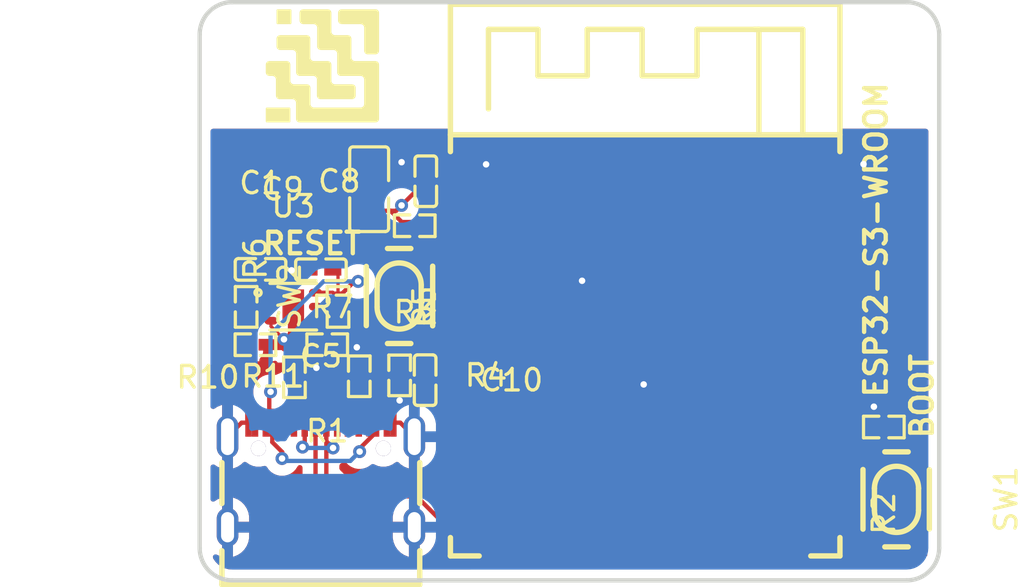
<source format=kicad_pcb>
(kicad_pcb (version 20241229) (generator "pcbnew") (generator_version "9.0")
  (layers (0 "F.Cu" signal) (2 "B.Cu" signal) (13 "F.Paste" user) (15 "B.Paste" user) (5 "F.SilkS" user "F.Silkscreen") (7 "B.SilkS" user "B.Silkscreen") (1 "F.Mask" user) (3 "B.Mask" user) (25 "Edge.Cuts" user))
  (net 0 "")
  (net 1 "A8")
  (net 2 "FB")
  (net 3 "A5")
  (net 4 "B8")
  (net 5 "DNC")
  (net 6 "B5")
  (net 7 "micro-line-9")
  (net 8 "RXD0")
  (net 9 "micro-line-20")
  (net 10 "IO9")
  (net 11 "micro-line")
  (net 12 "line-1")
  (net 13 "TXD0")
  (net 14 "micro-line-6")
  (net 15 "IO47")
  (net 16 "micro-line-4")
  (net 17 "micro-line-16")
  (net 18 "micro-line-10")
  (net 19 "micro-line-21")
  (net 20 "micro-line-19")
  (net 21 "IO46")
  (net 22 "IO45")
  (net 23 "micro-line-14")
  (net 24 "IO36")
  (net 25 "IO35")
  (net 26 "gnd")
  (net 27 "micro-line-11")
  (net 28 "micro-line-2")
  (net 29 "micro-line-8")
  (net 30 "micro-line-3")
  (net 31 "micro-line-17")
  (net 32 "micro-line-5")
  (net 33 "micro-line-1")
  (net 34 "micro-line-18")
  (net 35 "IO48")
  (net 36 "micro-line-15")
  (net 37 "micro-line-12")
  (net 38 "IO37")
  (net 39 "micro-line-7")
  (net 40 "IO38")
  (net 41 "line")
  (net 42 "micro-line-13")
  (net 43 "net")
  (net 44 "output-1")
  (net 45 "input-1")
  (net 46 "output")
  (net 47 "EN")
  (net 48 "input")
  (net 49 "hv-1")
  (net 50 "hv")
  (footprint "UNI_ROYAL_0402WGF2001TCE:R0402" (layer "F.Cu") (at 133.83 126.82)
    (property "Reference" "R6" (hide yes))
    (property "Value" "2kΩ ±1% 62.5mW")
  )
  (footprint "Samsung_Electro_Mechanics_CL05A105KA5NQNC:C0402" (layer "F.Cu") (at 136.858652 123.349601 180)
    (property "Reference" "C5" (hide yes))
    (property "Value" "1µF ±10% 25V X5R")
  )
  (footprint "Samsung_Electro_Mechanics_CL05B104KO5NNNC:C0402" (layer "F.Cu") (at 141.71 119.25 90)
    (property "Reference" "C8" (hide yes))
    (property "Value" "100nF ±10% 16V X7R")
  )
  (footprint "Samsung_Electro_Mechanics_CL05A105KA5NQNC:C0402" (layer "F.Cu") (at 141.68 128.46 -90)
    (property "Reference" "C10" (hide yes))
    (property "Value" "1µF ±10% 25V X5R")
  )
  (footprint "UNI_ROYAL_0402WGF1002TCE:R0402" (layer "F.Cu") (at 133.4 125.07 -90)
    (property "Reference" "R7" (hide yes))
    (property "Value" "10kΩ ±1% 62.5mW")
  )
  (footprint "Samsung_Electro_Mechanics_CL05A105KA5NQNC:C0402" (layer "F.Cu") (at 134.064604 123.331861)
    (property "Reference" "C1" (hide yes))
    (property "Value" "1µF ±10% 25V X5R")
  )
  (footprint "ALPSALPINE_SKRPACE010:KEY-SMD_4P-L4.2-W3.2-P2.20-LS4.6" (layer "F.Cu") (at 140.478656 124.565054 90)
    (property "Reference" "SW2" (hide yes))
    (property "Value" "")
  )
  (footprint "UNI_ROYAL_0402WGF4702TCE:R0402" (layer "F.Cu") (at 137.15 126.82 180)
    (property "Reference" "R1" (hide yes))
    (property "Value" "47kΩ ±1% 62.5mW")
  )
  (footprint "UNI_ROYAL_0402WGF1002TCE:R0402" (layer "F.Cu") (at 141.2 121.31 180)
    (property "Reference" "R3" (hide yes))
    (property "Value" "10kΩ ±1% 62.5mW")
  )
  (footprint "TI_TLV75901PDRVR:WSON-6_L2.0-W2.0-P0.65-TL-EP" (layer "F.Cu") (at 135.58 125.06)
    (property "Reference" "U3" (hide yes))
    (property "Value" "")
  )
  (footprint "UNI_ROYAL_0402WGF1503TCE:R0402" (layer "F.Cu") (at 137.65 125.07 -90)
    (property "Reference" "R5" (hide yes))
    (property "Value" "150kΩ ±1% 62.5mW")
  )
  (footprint "UNI_ROYAL_0402WGF1000TCE:R0402" (layer "F.Cu") (at 162.9 130.63 180)
    (property "Reference" "R2" (hide yes))
    (property "Value" "100Ω ±1% 62.5mW")
  )
  (footprint "UNI_ROYAL_0402WGF4701TCE:R0402" (layer "F.Cu") (at 138.633595 128.28043 90)
    (property "Reference" "R11")
    (property "Value" "4.7kΩ ±1% 62.5mW")
  )
  (footprint "UNI_ROYAL_0402WGF1000TCE:R0402" (layer "F.Cu") (at 140.5 128.24 -90)
    (property "Reference" "R4" (hide yes))
    (property "Value" "100Ω ±1% 62.5mW")
  )
  (footprint "ALPSALPINE_SKRPACE010:KEY-SMD_4P-L4.2-W3.2-P2.20-LS4.6" (layer "F.Cu") (at 163.485531 133.98022 -90)
    (property "Reference" "SW1" (hide yes))
    (property "Value" "")
  )
  (footprint "kinghelm_KH_TYPE_C_16P:USB-C-SMD_KH-TYPE-C-16P" (layer "F.Cu") (at 136.86 132.85)
    (property "Reference" "USB1" (hide yes))
    (property "Value" "" (hide yes))
  )
  (footprint "Samsung_Electro_Mechanics_CL21A226MQQNNNE:C0805" (layer "F.Cu") (at 139.09 119.62 90)
    (property "Reference" "C9" (hide yes))
    (property "Value" "22µF ±20% 6.3V X5R")
  )
  (footprint "UNI_ROYAL_0402WGF4701TCE:R0402" (layer "F.Cu") (at 135.632949 128.327503 90)
    (property "Reference" "R10")
    (property "Value" "4.7kΩ ±1% 62.5mW")
  )
  (footprint "Espressif_Systems_ESP32_S3_WROOM_1_N8R8:WIRELM-SMD_ESP32-S3-WROOM-1" (layer "F.Cu") (at 151.85 127.45)
    (property "Reference" "U2" (hide yes))
    (property "Value" "" (hide yes))
  )
  (gr_poly (pts (xy 136.210403 112.487554) (xy 136.218977 112.488206) (xy 136.227426 112.48928) (xy 136.235739 112.490764) (xy 136.243904 112.49265) (xy 136.251912 112.494925) (xy 136.259753 112.497579) (xy 136.267415 112.500601) (xy 136.274888 112.503982) (xy 136.282162 112.507709) (xy 136.289225 112.511774) (xy 136.296068 112.516164) (xy 136.30268 112.520869) (xy 136.30905 112.525879) (xy 136.315169 112.531183) (xy 136.321024 112.53677) (xy 136.326606 112.542629) (xy 136.331905 112.548751) (xy 136.336909 112.555124) (xy 136.341608 112.561738) (xy 136.345992 112.568582) (xy 136.35005 112.575646) (xy 136.353771 112.582918) (xy 136.357146 112.590388) (xy 136.360163 112.598046) (xy 136.362812 112.60588) (xy 136.365082 112.613881) (xy 136.366963 112.622038) (xy 136.368445 112.630339) (xy 136.369516 112.638774) (xy 136.370166 112.647334) (xy 136.370385 112.656006) (xy 136.370385 113.517621) (xy 136.370605 113.526311) (xy 136.371257 113.534885) (xy 136.372331 113.543334) (xy 136.373816 113.551646) (xy 136.375701 113.559812) (xy 136.377976 113.56782) (xy 136.38063 113.575661) (xy 136.383653 113.583323) (xy 136.387033 113.590796) (xy 136.390761 113.598069) (xy 136.394825 113.605133) (xy 136.399215 113.611976) (xy 136.40392 113.618588) (xy 136.40893 113.624958) (xy 136.414234 113.631076) (xy 136.419821 113.636932) (xy 136.425681 113.642514) (xy 136.431803 113.647812) (xy 136.438176 113.652817) (xy 136.44479 113.657516) (xy 136.451634 113.6619) (xy 136.458697 113.665958) (xy 136.465969 113.669679) (xy 136.473439 113.673054) (xy 136.481097 113.676071) (xy 136.488932 113.678719) (xy 136.496933 113.68099) (xy 136.505089 113.682871) (xy 136.51339 113.684352) (xy 136.521826 113.685424) (xy 136.530385 113.686074) (xy 136.539057 113.686293) (xy 137.174652 113.686293) (xy 137.183342 113.686513) (xy 137.191916 113.687165) (xy 137.200365 113.688239) (xy 137.208677 113.689724) (xy 137.216843 113.691609) (xy 137.224851 113.693884) (xy 137.232692 113.696538) (xy 137.240354 113.699561) (xy 137.247827 113.702941) (xy 137.255101 113.706669) (xy 137.262164 113.710733) (xy 137.269007 113.715123) (xy 137.275619 113.719828) (xy 137.281989 113.724838) (xy 137.288108 113.730142) (xy 137.293963 113.735729) (xy 137.299545 113.741589) (xy 137.304844 113.74771) (xy 137.309848 113.754084) (xy 137.314547 113.760697) (xy 137.318931 113.767541) (xy 137.322989 113.774605) (xy 137.32671 113.781877) (xy 137.330085 113.789347) (xy 137.333102 113.797005) (xy 137.335751 113.80484) (xy 137.338021 113.812841) (xy 137.339902 113.820997) (xy 137.341383 113.829298) (xy 137.342455 113.837734) (xy 137.343105 113.846293) (xy 137.343324 113.854965) (xy 137.343324 114.594343) (xy 137.343544 114.603033) (xy 137.344196 114.611607) (xy 137.34527 114.620056) (xy 137.346755 114.628368) (xy 137.34864 114.636534) (xy 137.350915 114.644542) (xy 137.353569 114.652382) (xy 137.356592 114.660044) (xy 137.359972 114.667517) (xy 137.3637 114.674791) (xy 137.367764 114.681855) (xy 137.372154 114.688698) (xy 137.376859 114.69531) (xy 137.381869 114.70168) (xy 137.387173 114.707798) (xy 137.39276 114.713653) (xy 137.39862 114.719236) (xy 137.404742 114.724534) (xy 137.411115 114.729538) (xy 137.417729 114.734238) (xy 137.424573 114.738621) (xy 137.431636 114.742679) (xy 137.438908 114.746401) (xy 137.446378 114.749775) (xy 137.454036 114.752792) (xy 137.461871 114.755441) (xy 137.469872 114.757711) (xy 137.478028 114.759593) (xy 137.486329 114.761074) (xy 137.494765 114.762145) (xy 137.503324 114.762796) (xy 137.511996 114.763015) (xy 138.299595 114.763015) (xy 138.308284 114.763235) (xy 138.316859 114.763887) (xy 138.325307 114.76496) (xy 138.33362 114.766445) (xy 138.341785 114.76833) (xy 138.349794 114.770606) (xy 138.357634 114.77326) (xy 138.365296 114.776282) (xy 138.372769 114.779663) (xy 138.380043 114.78339) (xy 138.387106 114.787454) (xy 138.393949 114.791844) (xy 138.400561 114.79655) (xy 138.406932 114.80156) (xy 138.41305 114.806863) (xy 138.418905 114.812451) (xy 138.424487 114.81831) (xy 138.429786 114.824432) (xy 138.43479 114.830805) (xy 138.439489 114.837419) (xy 138.443873 114.844263) (xy 138.447931 114.851327) (xy 138.451653 114.858599) (xy 138.455027 114.866069) (xy 138.458044 114.873727) (xy 138.460693 114.881561) (xy 138.462963 114.889562) (xy 138.464844 114.897719) (xy 138.466326 114.90602) (xy 138.467397 114.914455) (xy 138.468047 114.923015) (xy 138.468267 114.931687) (xy 138.468267 115.283516) (xy 138.468047 115.292206) (xy 138.467395 115.30078) (xy 138.466321 115.309229) (xy 138.464836 115.317541) (xy 138.462951 115.325707) (xy 138.460676 115.333715) (xy 138.458022 115.341556) (xy 138.454999 115.349218) (xy 138.451619 115.356691) (xy 138.447891 115.363964) (xy 138.443827 115.371028) (xy 138.439437 115.377871) (xy 138.434732 115.384483) (xy 138.429722 115.390853) (xy 138.424418 115.396971) (xy 138.418831 115.402827) (xy 138.412971 115.408409) (xy 138.406849 115.413708) (xy 138.400476 115.418712) (xy 138.393862 115.423411) (xy 138.387018 115.427795) (xy 138.379955 115.431853) (xy 138.372683 115.435574) (xy 138.365212 115.438949) (xy 138.357555 115.441966) (xy 138.34972 115.444615) (xy 138.341719 115.446885) (xy 138.333563 115.448766) (xy 138.325261 115.450247) (xy 138.316826 115.451319) (xy 138.308267 115.451969) (xy 138.299595 115.452188) (xy 136.841873 115.452188) (xy 136.833183 115.451969) (xy 136.824609 115.451317) (xy 136.81616 115.450243) (xy 136.807848 115.448758) (xy 136.799682 115.446873) (xy 136.791674 115.444598) (xy 136.783833 115.441944) (xy 136.776171 115.438921) (xy 136.768698 115.43554) (xy 136.761425 115.431813) (xy 136.754361 115.427749) (xy 136.747518 115.423359) (xy 136.740906 115.418653) (xy 136.734536 115.413644) (xy 136.728418 115.40834) (xy 136.722562 115.402753) (xy 136.71698 115.396893) (xy 136.711682 115.390771) (xy 136.706678 115.384398) (xy 136.701978 115.377784) (xy 136.697594 115.37094) (xy 136.693537 115.363877) (xy 136.689815 115.356604) (xy 136.686441 115.349134) (xy 136.683424 115.341476) (xy 136.680775 115.333642) (xy 136.678504 115.325641) (xy 136.676623 115.317484) (xy 136.675142 115.309183) (xy 136.674071 115.300748) (xy 136.67342 115.292189) (xy 136.673201 115.283516) (xy 136.673201 114.544138) (xy 136.672981 114.535449) (xy 136.672329 114.526874) (xy 136.671255 114.518426) (xy 136.669771 114.510113) (xy 136.667885 114.501948) (xy 136.66561 114.493939) (xy 136.662956 114.486099) (xy 136.659934 114.478437) (xy 136.656553 114.470964) (xy 136.652826 114.46369) (xy 136.648761 114.456627) (xy 136.644371 114.449784) (xy 136.639666 114.443172) (xy 136.634656 114.436801) (xy 136.629352 114.430683) (xy 136.623765 114.424828) (xy 136.617906 114.419246) (xy 136.611784 114.413947) (xy 136.605411 114.408943) (xy 136.598797 114.404244) (xy 136.591953 114.39986) (xy 136.584889 114.395802) (xy 136.577617 114.39208) (xy 136.570147 114.388706) (xy 136.562489 114.385689) (xy 136.554654 114.38304) (xy 136.546654 114.38077) (xy 136.538497 114.378889) (xy 136.530196 114.377407) (xy 136.52176 114.376336) (xy 136.513201 114.375686) (xy 136.504529 114.375466) (xy 135.880443 114.375466) (xy 135.871754 114.375247) (xy 135.863179 114.374595) (xy 135.85473 114.373521) (xy 135.846418 114.372036) (xy 135.838252 114.370151) (xy 135.830244 114.367876) (xy 135.822404 114.365222) (xy 135.814742 114.362199) (xy 135.807269 114.358819) (xy 135.799995 114.355091) (xy 135.792932 114.351027) (xy 135.786088 114.346637) (xy 135.779477 114.341932) (xy 135.773106 114.336922) (xy 135.766988 114.331618) (xy 135.761133 114.326031) (xy 135.75555 114.320171) (xy 135.750252 114.314049) (xy 135.745248 114.307676) (xy 135.740549 114.301062) (xy 135.736165 114.294218) (xy 135.732107 114.287155) (xy 135.728385 114.279883) (xy 135.725011 114.272412) (xy 135.721994 114.264755) (xy 135.719345 114.25692) (xy 135.717075 114.248919) (xy 135.715194 114.240763) (xy 135.713712 114.232462) (xy 135.712641 114.224026) (xy 135.71199 114.215467) (xy 135.711771 114.206795) (xy 135.711771 113.345179) (xy 135.711552 113.33649) (xy 135.7109 113.327915) (xy 135.709826 113.319466) (xy 135.708341 113.311154) (xy 135.706456 113.302988) (xy 135.704181 113.29498) (xy 135.701527 113.28714) (xy 135.698504 113.279478) (xy 135.695123 113.272005) (xy 135.691396 113.264731) (xy 135.687332 113.257667) (xy 135.682942 113.250824) (xy 135.678236 113.244212) (xy 135.673227 113.237842) (xy 135.667923 113.231724) (xy 135.662336 113.225869) (xy 135.656476 113.220286) (xy 135.650354 113.214988) (xy 135.643981 113.209984) (xy 135.637367 113.205285) (xy 135.630523 113.200901) (xy 135.62346 113.196843) (xy 135.616187 113.193121) (xy 135.608717 113.189747) (xy 135.601059 113.18673) (xy 135.593225 113.184081) (xy 135.585224 113.181811) (xy 135.577068 113.179929) (xy 135.568766 113.178448) (xy 135.560331 113.177377) (xy 135.551772 113.176726) (xy 135.543099 113.176507) (xy 134.974576 113.176507) (xy 134.965886 113.176287) (xy 134.957312 113.175635) (xy 134.948863 113.174562) (xy 134.940551 113.173077) (xy 134.932385 113.171192) (xy 134.924377 113.168917) (xy 134.916537 113.166262) (xy 134.908875 113.16324) (xy 134.901401 113.159859) (xy 134.894128 113.156132) (xy 134.887064 113.152068) (xy 134.880221 113.147678) (xy 134.873609 113.142972) (xy 134.867239 113.137962) (xy 134.861121 113.132659) (xy 134.855265 113.127071) (xy 134.849683 113.121212) (xy 134.844385 113.11509) (xy 134.839381 113.108717) (xy 134.834681 113.102103) (xy 134.830298 113.095259) (xy 134.82624 113.088196) (xy 134.822518 113.080923) (xy 134.819144 113.073453) (xy 134.816127 113.065795) (xy 134.813478 113.057961) (xy 134.811207 113.04996) (xy 134.809326 113.041803) (xy 134.807845 113.033502) (xy 134.806774 113.025067) (xy 134.806123 113.016507) (xy 134.805904 113.007835) (xy 134.805904 112.656006) (xy 134.806124 112.647316) (xy 134.806776 112.638742) (xy 134.80785 112.630293) (xy 134.809335 112.621981) (xy 134.81122 112.613815) (xy 134.813495 112.605807) (xy 134.816149 112.597966) (xy 134.819172 112.590304) (xy 134.822552 112.582831) (xy 134.82628 112.575558) (xy 134.830344 112.568494) (xy 134.834734 112.561651) (xy 134.839439 112.555039) (xy 134.844449 112.548669) (xy 134.849753 112.542551) (xy 134.85534 112.536695) (xy 134.8612 112.531113) (xy 134.867322 112.525815) (xy 134.873695 112.520811) (xy 134.880309 112.516111) (xy 134.887153 112.511727) (xy 134.894216 112.507669) (xy 134.901488 112.503948) (xy 134.908958 112.500573) (xy 134.916616 112.497556) (xy 134.924451 112.494908) (xy 134.932452 112.492637) (xy 134.940608 112.490756) (xy 134.948909 112.489275) (xy 134.957345 112.488204) (xy 134.965904 112.487553) (xy 134.974576 112.487334) (xy 136.201714 112.487334)) (stroke (width -0.000001)) (fill yes) (layer "F.SilkS"))
  (gr_poly (pts (xy 139.389173 111.288396) (xy 139.397748 111.289048) (xy 139.406196 111.290122) (xy 139.414509 111.291606) (xy 139.422674 111.293492) (xy 139.430683 111.295767) (xy 139.438523 111.298421) (xy 139.446185 111.301443) (xy 139.453658 111.304824) (xy 139.460932 111.308551) (xy 139.467995 111.312616) (xy 139.474838 111.317006) (xy 139.48145 111.321711) (xy 139.48782 111.326721) (xy 139.493939 111.332025) (xy 139.499794 111.337612) (xy 139.505376 111.343472) (xy 139.510675 111.349593) (xy 139.515679 111.355966) (xy 139.520378 111.36258) (xy 139.524762 111.369424) (xy 139.52882 111.376488) (xy 139.532541 111.38376) (xy 139.535916 111.39123) (xy 139.538933 111.398888) (xy 139.541582 111.406723) (xy 139.543852 111.414723) (xy 139.545733 111.42288) (xy 139.547214 111.431181) (xy 139.548286 111.439617) (xy 139.548936 111.448176) (xy 139.549155 111.456848) (xy 139.549155 113.208456) (xy 139.548936 113.217145) (xy 139.548283 113.225719) (xy 139.54721 113.234168) (xy 139.545725 113.242481) (xy 139.54384 113.250646) (xy 139.541565 113.258654) (xy 139.53891 113.266495) (xy 139.535888 113.274157) (xy 139.532507 113.28163) (xy 139.52878 113.288904) (xy 139.524716 113.295967) (xy 139.520326 113.30281) (xy 139.51562 113.309422) (xy 139.51061 113.315792) (xy 139.505307 113.321911) (xy 139.49972 113.327766) (xy 139.49386 113.333348) (xy 139.487738 113.338647) (xy 139.481365 113.343651) (xy 139.474751 113.34835) (xy 139.467907 113.352734) (xy 139.460844 113.356792) (xy 139.453571 113.360513) (xy 139.446101 113.363888) (xy 139.438443 113.366905) (xy 139.430609 113.369554) (xy 139.422608 113.371824) (xy 139.414452 113.373705) (xy 139.40615 113.375187) (xy 139.397715 113.376258) (xy 139.389156 113.376908) (xy 139.380484 113.377127) (xy 139.028654 113.377127) (xy 139.019964 113.376908) (xy 139.01139 113.376256) (xy 139.002941 113.375182) (xy 138.994629 113.373697) (xy 138.986463 113.371812) (xy 138.978455 113.369537) (xy 138.970614 113.366883) (xy 138.962952 113.36386) (xy 138.955479 113.36048) (xy 138.948206 113.356752) (xy 138.941142 113.352688) (xy 138.934299 113.348298) (xy 138.927687 113.343593) (xy 138.921317 113.338583) (xy 138.915199 113.333279) (xy 138.909343 113.327692) (xy 138.903761 113.321832) (xy 138.898463 113.31571) (xy 138.893459 113.309337) (xy 138.888759 113.302723) (xy 138.884375 113.295879) (xy 138.880318 113.288816) (xy 138.876596 113.281544) (xy 138.873222 113.274073) (xy 138.870205 113.266415) (xy 138.867556 113.258581) (xy 138.865285 113.25058) (xy 138.863404 113.242424) (xy 138.861923 113.234122) (xy 138.860852 113.225687) (xy 138.860201 113.217128) (xy 138.859982 113.208456) (xy 138.859982 112.146021) (xy 138.859762 112.137332) (xy 138.85911 112.128757) (xy 138.858036 112.120309) (xy 138.856552 112.111996) (xy 138.854666 112.103831) (xy 138.852391 112.095822) (xy 138.849737 112.087982) (xy 138.846715 112.08032) (xy 138.843334 112.072847) (xy 138.839607 112.065573) (xy 138.835542 112.05851) (xy 138.831152 112.051666) (xy 138.826447 112.045055) (xy 138.821437 112.038684) (xy 138.816133 112.032566) (xy 138.810546 112.026711) (xy 138.804686 112.021128) (xy 138.798565 112.01583) (xy 138.792192 112.010826) (xy 138.785578 112.006127) (xy 138.778734 112.001743) (xy 138.77167 111.997685) (xy 138.764398 111.993963) (xy 138.756928 111.990589) (xy 138.74927 111.987572) (xy 138.741435 111.984923) (xy 138.733435 111.982653) (xy 138.725278 111.980772) (xy 138.716977 111.97929) (xy 138.708541 111.978219) (xy 138.699982 111.977568) (xy 138.69131 111.977349) (xy 137.82136 111.977349) (xy 137.812671 111.97713) (xy 137.804096 111.976477) (xy 137.795647 111.975404) (xy 137.787335 111.973919) (xy 137.779169 111.972034) (xy 137.771161 111.969759) (xy 137.763321 111.967104) (xy 137.755659 111.964082) (xy 137.748186 111.960701) (xy 137.740912 111.956974) (xy 137.733849 111.95291) (xy 137.727006 111.94852) (xy 137.720394 111.943814) (xy 137.714023 111.938805) (xy 137.707905 111.933501) (xy 137.70205 111.927914) (xy 137.696468 111.922054) (xy 137.691169 111.915932) (xy 137.686165 111.909559) (xy 137.681466 111.902945) (xy 137.677082 111.896101) (xy 137.673024 111.889038) (xy 137.669302 111.881765) (xy 137.665928 111.874295) (xy 137.662911 111.866637) (xy 137.660262 111.858803) (xy 137.657992 111.850802) (xy 137.656111 111.842646) (xy 137.654629 111.834344) (xy 137.653558 111.825909) (xy 137.652908 111.81735) (xy 137.652688 111.808677) (xy 137.652688 111.456848) (xy 137.652908 111.448158) (xy 137.65356 111.439584) (xy 137.654634 111.431135) (xy 137.656119 111.422823) (xy 137.658004 111.414657) (xy 137.660279 111.406649) (xy 137.662933 111.398808) (xy 137.665956 111.391146) (xy 137.669336 111.383673) (xy 137.673064 111.3764) (xy 137.677128 111.369336) (xy 137.681518 111.362493) (xy 137.686223 111.355881) (xy 137.691233 111.349511) (xy 137.696537 111.343393) (xy 137.702124 111.337537) (xy 137.707984 111.331955) (xy 137.714106 111.326657) (xy 137.720479 111.321653) (xy 137.727093 111.316953) (xy 137.733937 111.312569) (xy 137.741 111.308511) (xy 137.748272 111.30479) (xy 137.755742 111.301416) (xy 137.7634 111.298399) (xy 137.771235 111.29575) (xy 137.779236 111.293479) (xy 137.787392 111.291598) (xy 137.795693 111.290117) (xy 137.804129 111.289046) (xy 137.812688 111.288395) (xy 137.82136 111.288176) (xy 139.380484 111.288176)) (stroke (width -0.000001)) (fill yes) (layer "F.SilkS"))
  (gr_poly (pts (xy 137.183342 111.288396) (xy 137.191916 111.289048) (xy 137.200365 111.290122) (xy 137.208677 111.291606) (xy 137.216843 111.293492) (xy 137.224851 111.295767) (xy 137.232692 111.298421) (xy 137.240354 111.301443) (xy 137.247827 111.304824) (xy 137.255101 111.308551) (xy 137.262164 111.312616) (xy 137.269007 111.317006) (xy 137.275619 111.321711) (xy 137.281989 111.326721) (xy 137.288108 111.332025) (xy 137.293963 111.337612) (xy 137.299545 111.343472) (xy 137.304844 111.349593) (xy 137.309848 111.355966) (xy 137.314547 111.36258) (xy 137.318931 111.369424) (xy 137.322989 111.376488) (xy 137.32671 111.38376) (xy 137.330085 111.39123) (xy 137.333102 111.398888) (xy 137.335751 111.406723) (xy 137.338021 111.414723) (xy 137.339902 111.42288) (xy 137.341383 111.431181) (xy 137.342455 111.439617) (xy 137.343105 111.448176) (xy 137.343324 111.456848) (xy 137.343324 112.318463) (xy 137.343544 112.327153) (xy 137.344196 112.335727) (xy 137.34527 112.344176) (xy 137.346755 112.352488) (xy 137.34864 112.360654) (xy 137.350915 112.368662) (xy 137.353569 112.376503) (xy 137.356592 112.384165) (xy 137.359972 112.391638) (xy 137.3637 112.398912) (xy 137.367764 112.405975) (xy 137.372154 112.412818) (xy 137.376859 112.41943) (xy 137.381869 112.4258) (xy 137.387173 112.431919) (xy 137.39276 112.437774) (xy 137.39862 112.443356) (xy 137.404742 112.448655) (xy 137.411115 112.453659) (xy 137.417729 112.458358) (xy 137.424573 112.462742) (xy 137.431636 112.4668) (xy 137.438908 112.470521) (xy 137.446378 112.473896) (xy 137.454036 112.476913) (xy 137.461871 112.479562) (xy 137.469872 112.481832) (xy 137.478028 112.483713) (xy 137.486329 112.485194) (xy 137.494765 112.486266) (xy 137.503324 112.486916) (xy 137.511996 112.487135) (xy 138.10076 112.487135) (xy 138.10945 112.487355) (xy 138.118024 112.488007) (xy 138.126473 112.489081) (xy 138.134785 112.490566) (xy 138.142951 112.492451) (xy 138.150959 112.494726) (xy 138.1588 112.49738) (xy 138.166462 112.500403) (xy 138.173935 112.503783) (xy 138.181208 112.507511) (xy 138.188272 112.511575) (xy 138.195115 112.515965) (xy 138.201727 112.52067) (xy 138.208097 112.52568) (xy 138.214215 112.530984) (xy 138.220071 112.536571) (xy 138.225653 112.542431) (xy 138.230951 112.548553) (xy 138.235955 112.554926) (xy 138.240655 112.56154) (xy 138.245039 112.568384) (xy 138.249097 112.575447) (xy 138.252818 112.582719) (xy 138.256193 112.590189) (xy 138.259209 112.597847) (xy 138.261858 112.605682) (xy 138.264129 112.613683) (xy 138.26601 112.621839) (xy 138.267491 112.63014) (xy 138.268562 112.638576) (xy 138.269213 112.647135) (xy 138.269432 112.655807) (xy 138.269432 113.517423) (xy 138.269652 113.526112) (xy 138.270304 113.534687) (xy 138.271378 113.543135) (xy 138.272862 113.551448) (xy 138.274748 113.559613) (xy 138.277023 113.567622) (xy 138.279677 113.575462) (xy 138.282699 113.583124) (xy 138.28608 113.590597) (xy 138.289807 113.597871) (xy 138.293872 113.604934) (xy 138.298262 113.611777) (xy 138.302967 113.618389) (xy 138.307977 113.62476) (xy 138.313281 113.630878) (xy 138.318868 113.636733) (xy 138.324728 113.642315) (xy 138.330849 113.647614) (xy 138.337223 113.652618) (xy 138.343836 113.657317) (xy 138.35068 113.661701) (xy 138.357744 113.665759) (xy 138.365016 113.669481) (xy 138.372486 113.672855) (xy 138.380144 113.675872) (xy 138.387979 113.678521) (xy 138.395979 113.680791) (xy 138.404136 113.682672) (xy 138.412437 113.684154) (xy 138.420873 113.685225) (xy 138.429432 113.685875) (xy 138.438104 113.686095) (xy 139.380285 113.686095) (xy 139.388975 113.686314) (xy 139.397549 113.686966) (xy 139.405998 113.68804) (xy 139.41431 113.689525) (xy 139.422476 113.69141) (xy 139.430484 113.693685) (xy 139.438324 113.696339) (xy 139.445986 113.699362) (xy 139.453459 113.702742) (xy 139.460733 113.70647) (xy 139.467797 113.710534) (xy 139.47464 113.714924) (xy 139.481252 113.719629) (xy 139.487622 113.724639) (xy 139.49374 113.729943) (xy 139.499595 113.73553) (xy 139.505178 113.74139) (xy 139.510476 113.747512) (xy 139.51548 113.753885) (xy 139.520179 113.760499) (xy 139.524563 113.767343) (xy 139.528621 113.774406) (xy 139.532343 113.781678) (xy 139.535717 113.789149) (xy 139.538734 113.796807) (xy 139.541383 113.804641) (xy 139.543653 113.812642) (xy 139.545534 113.820798) (xy 139.547016 113.8291) (xy 139.548087 113.837535) (xy 139.548738 113.846094) (xy 139.548957 113.854767) (xy 139.548957 116.360437) (xy 139.548737 116.369126) (xy 139.548085 116.377701) (xy 139.547011 116.386149) (xy 139.545526 116.394462) (xy 139.543641 116.402627) (xy 139.541366 116.410636) (xy 139.538712 116.418476) (xy 139.535689 116.426138) (xy 139.532309 116.433611) (xy 139.528581 116.440885) (xy 139.524517 116.447948) (xy 139.520127 116.454791) (xy 139.515422 116.461403) (xy 139.510412 116.467773) (xy 139.505108 116.473892) (xy 139.499521 116.479747) (xy 139.493661 116.485329) (xy 139.487539 116.490628) (xy 139.481166 116.495632) (xy 139.474552 116.500331) (xy 139.467708 116.504715) (xy 139.460645 116.508773) (xy 139.453373 116.512494) (xy 139.445902 116.515869) (xy 139.438245 116.518886) (xy 139.43041 116.521535) (xy 139.422409 116.523805) (xy 139.414253 116.525686) (xy 139.405951 116.527167) (xy 139.397516 116.528239) (xy 139.388957 116.528889) (xy 139.380285 116.529108) (xy 135.874887 116.529108) (xy 135.866197 116.528889) (xy 135.857623 116.528236) (xy 135.849174 116.527163) (xy 135.840862 116.525678) (xy 135.832696 116.523793) (xy 135.824688 116.521518) (xy 135.816848 116.518863) (xy 135.809186 116.515841) (xy 135.801712 116.51246) (xy 135.794439 116.508733) (xy 135.787375 116.504669) (xy 135.780532 116.500279) (xy 135.77392 116.495573) (xy 135.76755 116.490563) (xy 135.761432 116.48526) (xy 135.755576 116.479673) (xy 135.749994 116.473813) (xy 135.744696 116.467691) (xy 135.739692 116.461318) (xy 135.734992 116.454704) (xy 135.730609 116.44786) (xy 135.726551 116.440797) (xy 135.722829 116.433524) (xy 135.719455 116.426054) (xy 135.716438 116.418396) (xy 135.713789 116.410562) (xy 135.711518 116.402561) (xy 135.709637 116.394405) (xy 135.708156 116.386103) (xy 135.707085 116.377668) (xy 135.706434 116.369109) (xy 135.706215 116.360437) (xy 135.706215 115.621058) (xy 135.705995 115.612369) (xy 135.705343 115.603795) (xy 135.70427 115.595346) (xy 135.702785 115.587033) (xy 135.700899 115.578868) (xy 135.698624 115.57086) (xy 135.69597 115.563019) (xy 135.692948 115.555357) (xy 135.689567 115.547884) (xy 135.68584 115.54061) (xy 135.681775 115.533547) (xy 135.677385 115.526704) (xy 135.67268 115.520092) (xy 135.66767 115.513722) (xy 135.662366 115.507603) (xy 135.656779 115.501748) (xy 135.65092 115.496166) (xy 135.644798 115.490867) (xy 135.638425 115.485863) (xy 135.631811 115.481164) (xy 135.624967 115.47678) (xy 135.617903 115.472722) (xy 135.610631 115.469001) (xy 135.603161 115.465626) (xy 135.595503 115.462609) (xy 135.587668 115.45996) (xy 135.579668 115.45769) (xy 135.571511 115.455809) (xy 135.56321 115.454327) (xy 135.554774 115.453256) (xy 135.546215 115.452606) (xy 135.537543 115.452387) (xy 134.945604 115.452387) (xy 134.936915 115.452167) (xy 134.92834 115.451515) (xy 134.919891 115.450441) (xy 134.911579 115.448956) (xy 134.903413 115.447071) (xy 134.895405 115.444796) (xy 134.887565 115.442142) (xy 134.879903 115.439119) (xy 134.87243 115.435739) (xy 134.865156 115.432011) (xy 134.858092 115.427947) (xy 134.851249 115.423557) (xy 134.844637 115.418852) (xy 134.838267 115.413842) (xy 134.832149 115.408538) (xy 134.826294 115.402951) (xy 134.820711 115.397091) (xy 134.815413 115.390969) (xy 134.810409 115.384596) (xy 134.80571 115.377982) (xy 134.801326 115.371138) (xy 134.797268 115.364075) (xy 134.793546 115.356803) (xy 134.790172 115.349332) (xy 134.787155 115.341675) (xy 134.784506 115.33384) (xy 134.782236 115.325839) (xy 134.780355 115.317683) (xy 134.778873 115.309381) (xy 134.777802 115.300946) (xy 134.777151 115.292387) (xy 134.776932 115.283715) (xy 134.776932 114.544337) (xy 134.776713 114.535647) (xy 134.77606 114.527073) (xy 134.774987 114.518624) (xy 134.773502 114.510312) (xy 134.771617 114.502146) (xy 134.769342 114.494138) (xy 134.766687 114.486297) (xy 134.763665 114.478635) (xy 134.760284 114.471162) (xy 134.756557 114.463889) (xy 134.752493 114.456825) (xy 134.748103 114.449982) (xy 134.743397 114.44337) (xy 134.738387 114.437) (xy 134.733084 114.430882) (xy 134.727497 114.425026) (xy 134.721637 114.419444) (xy 134.715515 114.414146) (xy 134.709142 114.409142) (xy 134.702528 114.404442) (xy 134.695684 114.400058) (xy 134.688621 114.396) (xy 134.681348 114.392279) (xy 134.673878 114.388904) (xy 134.66622 114.385887) (xy 134.658386 114.383239) (xy 134.650385 114.380968) (xy 134.642228 114.379087) (xy 134.633927 114.377606) (xy 134.625492 114.376535) (xy 134.616932 114.375884) (xy 134.60826 114.375665) (xy 134.477093 114.375665) (xy 134.468404 114.375445) (xy 134.459829 114.374793) (xy 134.451381 114.373719) (xy 134.443068 114.372235) (xy 134.434903 114.370349) (xy 134.426894 114.368074) (xy 134.419054 114.36542) (xy 134.411392 114.362398) (xy 134.403919 114.359017) (xy 134.396645 114.355289) (xy 134.389582 114.351225) (xy 134.382738 114.346835) (xy 134.376127 114.34213) (xy 134.369756 114.33712) (xy 134.363638 114.331816) (xy 134.357783 114.326229) (xy 134.3522 114.320369) (xy 134.346902 114.314248) (xy 134.341898 114.307874) (xy 134.337199 114.30126) (xy 134.332815 114.294417) (xy 134.328757 114.287353) (xy 134.325035 114.280081) (xy 134.321661 114.272611) (xy 134.318644 114.264953) (xy 134.315995 114.257118) (xy 134.313725 114.249117) (xy 134.311844 114.240961) (xy 134.310362 114.23266) (xy 134.309291 114.224224) (xy 134.30864 114.215665) (xy 134.308421 114.206993) (xy 134.308223 114.206795) (xy 134.308223 113.854965) (xy 134.308443 113.846275) (xy 134.309095 113.837701) (xy 134.310169 113.829252) (xy 134.311653 113.82094) (xy 134.313539 113.812774) (xy 134.315814 113.804766) (xy 134.318468 113.796926) (xy 134.32149 113.789264) (xy 134.324871 113.781791) (xy 134.328598 113.774517) (xy 134.332663 113.767453) (xy 134.337053 113.76061) (xy 134.341758 113.753998) (xy 134.346768 113.747628) (xy 134.352072 113.74151) (xy 134.357659 113.735654) (xy 134.363519 113.730072) (xy 134.36964 113.724774) (xy 134.376013 113.71977) (xy 134.382627 113.71507) (xy 134.389471 113.710687) (xy 134.396535 113.706629) (xy 134.403807 113.702907) (xy 134.411277 113.699533) (xy 134.418935 113.696516) (xy 134.42677 113.693867) (xy 134.43477 113.691597) (xy 134.442927 113.689715) (xy 134.451228 113.688234) (xy 134.459664 113.687163) (xy 134.468223 113.686512) (xy 134.476895 113.686293) (xy 135.278185 113.686293) (xy 135.286875 113.686513) (xy 135.295449 113.687165) (xy 135.303898 113.688239) (xy 135.312211 113.689724) (xy 135.320376 113.691609) (xy 135.328384 113.693884) (xy 135.336225 113.696538) (xy 135.343887 113.699561) (xy 135.35136 113.702941) (xy 135.358634 113.706669) (xy 135.365697 113.710733) (xy 135.37254 113.715123) (xy 135.379152 113.719828) (xy 135.385522 113.724838) (xy 135.391641 113.730142) (xy 135.397496 113.735729) (xy 135.403078 113.741589) (xy 135.408377 113.74771) (xy 135.413381 113.754084) (xy 135.41808 113.760697) (xy 135.422464 113.767541) (xy 135.426522 113.774605) (xy 135.430243 113.781877) (xy 135.433618 113.789347) (xy 135.436635 113.797005) (xy 135.439284 113.80484) (xy 135.441554 113.812841) (xy 135.443435 113.820997) (xy 135.444917 113.829298) (xy 135.445988 113.837734) (xy 135.446638 113.846293) (xy 135.446857 113.854965) (xy 135.446857 114.594343) (xy 135.447077 114.603033) (xy 135.447729 114.611607) (xy 135.448803 114.620056) (xy 135.450288 114.628368) (xy 135.452173 114.636534) (xy 135.454448 114.644542) (xy 135.457102 114.652382) (xy 135.460125 114.660044) (xy 135.463505 114.667517) (xy 135.467233 114.674791) (xy 135.471297 114.681855) (xy 135.475687 114.688698) (xy 135.480392 114.69531) (xy 135.485402 114.70168) (xy 135.490706 114.707798) (xy 135.496293 114.713653) (xy 135.502153 114.719236) (xy 135.508275 114.724534) (xy 135.514648 114.729538) (xy 135.521262 114.734238) (xy 135.528106 114.738621) (xy 135.535169 114.742679) (xy 135.542441 114.746401) (xy 135.549912 114.749775) (xy 135.557569 114.752792) (xy 135.565404 114.755441) (xy 135.573405 114.757711) (xy 135.581561 114.759593) (xy 135.589862 114.761074) (xy 135.598298 114.762145) (xy 135.606857 114.762796) (xy 135.615529 114.763015) (xy 136.20727 114.763015) (xy 136.215959 114.763235) (xy 136.224534 114.763887) (xy 136.232983 114.76496) (xy 136.241295 114.766445) (xy 136.249461 114.76833) (xy 136.257469 114.770606) (xy 136.265309 114.77326) (xy 136.272971 114.776282) (xy 136.280444 114.779663) (xy 136.287718 114.78339) (xy 136.294782 114.787454) (xy 136.301625 114.791844) (xy 136.308236 114.79655) (xy 136.314607 114.80156) (xy 136.320725 114.806863) (xy 136.32658 114.812451) (xy 136.332163 114.81831) (xy 136.337461 114.824432) (xy 136.342465 114.830805) (xy 136.347164 114.837419) (xy 136.351548 114.844263) (xy 136.355606 114.851327) (xy 136.359328 114.858599) (xy 136.362702 114.866069) (xy 136.365719 114.873727) (xy 136.368368 114.881561) (xy 136.370638 114.889562) (xy 136.37252 114.897719) (xy 136.374001 114.90602) (xy 136.375072 114.914455) (xy 136.375723 114.923015) (xy 136.375942 114.931687) (xy 136.375942 115.671065) (xy 136.376162 115.679754) (xy 136.376814 115.688329) (xy 136.377887 115.696777) (xy 136.379372 115.70509) (xy 136.381257 115.713255) (xy 136.383532 115.721264) (xy 136.386187 115.729104) (xy 136.389209 115.736766) (xy 136.39259 115.744239) (xy 136.396317 115.751513) (xy 136.400381 115.758576) (xy 136.404771 115.765419) (xy 136.409477 115.772031) (xy 136.414487 115.778402) (xy 136.41979 115.78452) (xy 136.425377 115.790375) (xy 136.431237 115.795957) (xy 136.437359 115.801256) (xy 136.443732 115.80626) (xy 136.450346 115.810959) (xy 136.45719 115.815343) (xy 136.464253 115.819401) (xy 136.471526 115.823123) (xy 136.478996 115.826497) (xy 136.486654 115.829514) (xy 136.494488 115.832163) (xy 136.502489 115.834433) (xy 136.510645 115.836314) (xy 136.518947 115.837796) (xy 136.527382 115.838867) (xy 136.535941 115.839517) (xy 136.544614 115.839736) (xy 138.691112 115.839736) (xy 138.699801 115.839517) (xy 138.708376 115.838865) (xy 138.716824 115.837791) (xy 138.725137 115.836306) (xy 138.733302 115.834421) (xy 138.741311 115.832146) (xy 138.749151 115.829492) (xy 138.756813 115.826469) (xy 138.764286 115.823089) (xy 138.77156 115.819361) (xy 138.778623 115.815297) (xy 138.785466 115.810907) (xy 138.792078 115.806202) (xy 138.798449 115.801192) (xy 138.804567 115.795888) (xy 138.810422 115.790301) (xy 138.816004 115.784441) (xy 138.821303 115.778319) (xy 138.826307 115.771946) (xy 138.831006 115.765332) (xy 138.83539 115.758488) (xy 138.839448 115.751425) (xy 138.84317 115.744153) (xy 138.846544 115.736682) (xy 138.849561 115.729025) (xy 138.85221 115.72119) (xy 138.85448 115.713189) (xy 138.856361 115.705033) (xy 138.857843 115.696731) (xy 138.858914 115.688296) (xy 138.859564 115.679737) (xy 138.859783 115.671065) (xy 138.859783 114.54394) (xy 138.859564 114.53525) (xy 138.858912 114.526676) (xy 138.857838 114.518227) (xy 138.856353 114.509915) (xy 138.854468 114.501749) (xy 138.852193 114.493741) (xy 138.849539 114.4859) (xy 138.846516 114.478238) (xy 138.843136 114.470765) (xy 138.839408 114.463492) (xy 138.835344 114.456428) (xy 138.830954 114.449585) (xy 138.826249 114.442973) (xy 138.821239 114.436603) (xy 138.815935 114.430485) (xy 138.810348 114.424629) (xy 138.804488 114.419047) (xy 138.798366 114.413749) (xy 138.791993 114.408744) (xy 138.785379 114.404045) (xy 138.778535 114.399661) (xy 138.771472 114.395603) (xy 138.7642 114.391882) (xy 138.756729 114.388507) (xy 138.749072 114.38549) (xy 138.741237 114.382841) (xy 138.733236 114.380571) (xy 138.72508 114.37869) (xy 138.716778 114.377209) (xy 138.708343 114.376137) (xy 138.699784 114.375487) (xy 138.691112 114.375268) (xy 137.779292 114.375268) (xy 137.770602 114.375048) (xy 137.762028 114.374396) (xy 137.753579 114.373322) (xy 137.745267 114.371837) (xy 137.737101 114.369952) (xy 137.729093 114.367677) (xy 137.721252 114.365023) (xy 137.71359 114.362) (xy 137.706117 114.35862) (xy 137.698843 114.354892) (xy 137.69178 114.350828) (xy 137.684937 114.346438) (xy 137.678325 114.341733) (xy 137.671955 114.336723) (xy 137.665836 114.331419) (xy 137.659981 114.325832) (xy 137.654399 114.319972) (xy 137.6491 114.313851) (xy 137.644096 114.307477) (xy 137.639397 114.300864) (xy 137.635013 114.29402) (xy 137.630955 114.286956) (xy 137.627234 114.279684) (xy 137.623859 114.272214) (xy 137.620842 114.264556) (xy 137.618193 114.256721) (xy 137.615923 114.24872) (xy 137.614042 114.240564) (xy 137.612561 114.232263) (xy 137.611489 114.223827) (xy 137.610839 114.215268) (xy 137.61062 114.206596) (xy 137.61062 113.34498) (xy 137.6104 113.336291) (xy 137.609748 113.327716) (xy 137.608674 113.319268) (xy 137.607189 113.310955) (xy 137.605304 113.30279) (xy 137.603029 113.294781) (xy 137.600375 113.286941) (xy 137.597352 113.279279) (xy 137.593972 113.271806) (xy 137.590244 113.264532) (xy 137.58618 113.257469) (xy 137.58179 113.250626) (xy 137.577085 113.244014) (xy 137.572075 113.237644) (xy 137.566771 113.231525) (xy 137.561184 113.22567) (xy 137.555324 113.220088) (xy 137.549202 113.214789) (xy 137.542829 113.209785) (xy 137.536215 113.205086) (xy 137.529371 113.200702) (xy 137.522308 113.196644) (xy 137.515036 113.192923) (xy 137.507566 113.189548) (xy 137.499908 113.186531) (xy 137.492073 113.183882) (xy 137.484072 113.181612) (xy 137.475916 113.179731) (xy 137.467615 113.178249) (xy 137.459179 113.177178) (xy 137.45062 113.176528) (xy 137.441948 113.176309) (xy 136.853184 113.176309) (xy 136.844494 113.176089) (xy 136.83592 113.175437) (xy 136.827471 113.174363) (xy 136.819159 113.172878) (xy 136.810993 113.170993) (xy 136.802985 113.168718) (xy 136.795144 113.166064) (xy 136.787482 113.163041) (xy 136.780009 113.159661) (xy 136.772736 113.155933) (xy 136.765672 113.151869) (xy 136.758829 113.147479) (xy 136.752217 113.142774) (xy 136.745847 113.137764) (xy 136.739729 113.13246) (xy 136.733873 113.126873) (xy 136.728291 113.121013) (xy 136.722993 113.114891) (xy 136.717989 113.108518) (xy 136.713289 113.101904) (xy 136.708905 113.09506) (xy 136.704847 113.087997) (xy 136.701126 113.080725) (xy 136.697751 113.073254) (xy 136.694735 113.065597) (xy 136.692086 113.057762) (xy 136.689815 113.049761) (xy 136.687934 113.041605) (xy 136.686453 113.033304) (xy 136.685382 113.024868) (xy 136.684731 113.016309) (xy 136.684512 113.007637) (xy 136.684512 112.145823) (xy 136.684292 112.137133) (xy 136.68364 112.128559) (xy 136.682566 112.12011) (xy 136.681082 112.111798) (xy 136.679196 112.103632) (xy 136.676921 112.095624) (xy 136.674267 112.087783) (xy 136.671245 112.080121) (xy 136.667864 112.072648) (xy 136.664137 112.065375) (xy 136.660072 112.058311) (xy 136.655682 112.051468) (xy 136.650977 112.044856) (xy 136.645967 112.038486) (xy 136.640663 112.032368) (xy 136.635076 112.026512) (xy 136.629216 112.02093) (xy 136.623095 112.015632) (xy 136.616721 112.010627) (xy 136.610108 112.005928) (xy 136.603264 112.001544) (xy 136.5962 111.997486) (xy 136.588928 111.993765) (xy 136.581458 111.99039) (xy 136.5738 111.987373) (xy 136.565965 111.984724) (xy 136.557965 111.982454) (xy 136.549808 111.980573) (xy 136.541507 111.979092) (xy 136.533071 111.97802) (xy 136.524512 111.97737) (xy 136.51584 111.977151) (xy 136.038598 111.977151) (xy 136.029908 111.976931) (xy 136.021334 111.976279) (xy 136.012885 111.975205) (xy 136.004573 111.97372) (xy 135.996407 111.971835) (xy 135.988399 111.96956) (xy 135.980558 111.966906) (xy 135.972896 111.963883) (xy 135.965423 111.960503) (xy 135.95815 111.956775) (xy 135.951086 111.952711) (xy 135.944243 111.948321) (xy 135.937631 111.943616) (xy 135.931261 111.938606) (xy 135.925143 111.933302) (xy 135.919287 111.927715) (xy 135.913705 111.921855) (xy 135.908407 111.915733) (xy 135.903403 111.90936) (xy 135.898703 111.902746) (xy 135.894319 111.895902) (xy 135.890261 111.888839) (xy 135.88654 111.881567) (xy 135.883165 111.874097) (xy 135.880149 111.866439) (xy 135.8775 111.858604) (xy 135.875229 111.850603) (xy 135.873348 111.842447) (xy 135.871867 111.834146) (xy 135.870796 111.82571) (xy 135.870145 111.817151) (xy 135.869926 111.808479) (xy 135.869926 111.456848) (xy 135.870146 111.448158) (xy 135.870798 111.439584) (xy 135.871872 111.431135) (xy 135.873356 111.422823) (xy 135.875242 111.414657) (xy 135.877517 111.406649) (xy 135.880171 111.398808) (xy 135.883193 111.391146) (xy 135.886574 111.383673) (xy 135.890301 111.3764) (xy 135.894366 111.369336) (xy 135.898756 111.362493) (xy 135.903461 111.355881) (xy 135.908471 111.349511) (xy 135.913775 111.343393) (xy 135.919362 111.337537) (xy 135.925221 111.331955) (xy 135.931343 111.326657) (xy 135.937716 111.321653) (xy 135.94433 111.316953) (xy 135.951174 111.312569) (xy 135.958238 111.308511) (xy 135.96551 111.30479) (xy 135.97298 111.301416) (xy 135.980638 111.298399) (xy 135.988473 111.29575) (xy 135.996473 111.293479) (xy 136.00463 111.291598) (xy 136.012931 111.290117) (xy 136.021367 111.289046) (xy 136.029926 111.288395) (xy 136.038598 111.288176) (xy 137.174652 111.288176)) (stroke (width -0.000001)) (fill yes) (layer "F.SilkS"))
  (gr_poly (pts (xy 135.4 115.84) (xy 135.402519 115.840191) (xy 135.405002 115.840507) (xy 135.407445 115.840943) (xy 135.409845 115.841497) (xy 135.412199 115.842166) (xy 135.414504 115.842946) (xy 135.416757 115.843834) (xy 135.418955 115.844827) (xy 135.421094 115.845923) (xy 135.423171 115.847117) (xy 135.425184 115.848408) (xy 135.427129 115.849791) (xy 135.429003 115.851264) (xy 135.430803 115.852823) (xy 135.432526 115.854466) (xy 135.434169 115.856189) (xy 135.435728 115.857989) (xy 135.437201 115.859863) (xy 135.438584 115.861808) (xy 135.439874 115.86382) (xy 135.441069 115.865898) (xy 135.442164 115.868037) (xy 135.443158 115.870235) (xy 135.444046 115.872487) (xy 135.444826 115.874792) (xy 135.445494 115.877147) (xy 135.446048 115.879547) (xy 135.446485 115.88199) (xy 135.4468 115.884472) (xy 135.446992 115.886992) (xy 135.447056 115.889545) (xy 135.447056 116.479499) (xy 135.446992 116.482052) (xy 135.4468 116.484571) (xy 135.446485 116.487054) (xy 135.446048 116.489497) (xy 135.445494 116.491897) (xy 135.444826 116.494251) (xy 135.444046 116.496556) (xy 135.443158 116.498809) (xy 135.442164 116.501007) (xy 135.441069 116.503146) (xy 135.439874 116.505223) (xy 135.438584 116.507236) (xy 135.437201 116.509181) (xy 135.435728 116.511055) (xy 135.434169 116.512855) (xy 135.432526 116.514578) (xy 135.430803 116.516221) (xy 135.429003 116.51778) (xy 135.427129 116.519253) (xy 135.425184 116.520636) (xy 135.423171 116.521926) (xy 135.421094 116.523121) (xy 135.418954 116.524216) (xy 135.416757 116.52521) (xy 135.414504 116.526098) (xy 135.412199 116.526878) (xy 135.409845 116.527546) (xy 135.407445 116.5281) (xy 135.405002 116.528537) (xy 135.402519 116.528852) (xy 135.4 116.529044) (xy 135.397447 116.529108) (xy 134.357833 116.529108) (xy 134.35528 116.529044) (xy 134.35276 116.528852) (xy 134.350278 116.528537) (xy 134.347835 116.5281) (xy 134.345435 116.527546) (xy 134.34308 116.526878) (xy 134.340775 116.526098) (xy 134.338523 116.52521) (xy 134.336325 116.524216) (xy 134.334186 116.523121) (xy 134.332108 116.521926) (xy 134.330096 116.520636) (xy 134.328151 116.519253) (xy 134.326277 116.51778) (xy 134.324477 116.516221) (xy 134.322754 116.514578) (xy 134.321111 116.512855) (xy 134.319552 116.511055) (xy 134.318079 116.509181) (xy 134.316696 116.507236) (xy 134.315405 116.505223) (xy 134.314211 116.503146) (xy 134.313115 116.501007) (xy 134.312122 116.498809) (xy 134.311234 116.496556) (xy 134.310454 116.494251) (xy 134.309785 116.491897) (xy 134.309231 116.489497) (xy 134.308795 116.487054) (xy 134.30848 116.484571) (xy 134.308288 116.482052) (xy 134.308223 116.479499) (xy 134.308223 115.889545) (xy 134.308288 115.886992) (xy 134.30848 115.884472) (xy 134.308795 115.88199) (xy 134.309231 115.879547) (xy 134.309785 115.877147) (xy 134.310454 115.874792) (xy 134.311234 115.872487) (xy 134.312122 115.870235) (xy 134.313115 115.868037) (xy 134.314211 115.865898) (xy 134.315406 115.86382) (xy 134.316696 115.861808) (xy 134.318079 115.859863) (xy 134.319552 115.857989) (xy 134.321111 115.856189) (xy 134.322754 115.854466) (xy 134.324477 115.852823) (xy 134.326277 115.851264) (xy 134.328151 115.849791) (xy 134.330096 115.848408) (xy 134.332109 115.847117) (xy 134.334186 115.845923) (xy 134.336325 115.844827) (xy 134.338523 115.843834) (xy 134.340775 115.842946) (xy 134.343081 115.842166) (xy 134.345435 115.841497) (xy 134.347835 115.840943) (xy 134.350278 115.840507) (xy 134.352761 115.840191) (xy 134.35528 115.84) (xy 134.357833 115.839935) (xy 135.397447 115.839935)) (stroke (width -0.000001)) (fill yes) (layer "F.SilkS"))
  (gr_poly (pts (xy 135.44822 111.28824) (xy 135.450739 111.288432) (xy 135.453222 111.288748) (xy 135.455665 111.289184) (xy 135.458065 111.289738) (xy 135.460419 111.290406) (xy 135.462724 111.291186) (xy 135.464977 111.292074) (xy 135.467175 111.293068) (xy 135.469314 111.294164) (xy 135.471391 111.295358) (xy 135.473404 111.296648) (xy 135.475349 111.298032) (xy 135.477223 111.299504) (xy 135.479023 111.301064) (xy 135.480746 111.302706) (xy 135.482389 111.304429) (xy 135.483948 111.306229) (xy 135.485421 111.308103) (xy 135.486804 111.310048) (xy 135.488094 111.312061) (xy 135.489289 111.314139) (xy 135.490384 111.316278) (xy 135.491378 111.318475) (xy 135.492266 111.320728) (xy 135.493046 111.323033) (xy 135.493714 111.325387) (xy 135.494268 111.327787) (xy 135.494705 111.33023) (xy 135.49502 111.332713) (xy 135.495212 111.335232) (xy 135.495276 111.337785) (xy 135.495276 111.92774) (xy 135.495212 111.930293) (xy 135.49502 111.932812) (xy 135.494704 111.935295) (xy 135.494268 111.937738) (xy 135.493714 111.940138) (xy 135.493046 111.942492) (xy 135.492266 111.944797) (xy 135.491378 111.94705) (xy 135.490384 111.949248) (xy 135.489289 111.951387) (xy 135.488094 111.953464) (xy 135.486804 111.955477) (xy 135.48542 111.957422) (xy 135.483948 111.959296) (xy 135.482388 111.961096) (xy 135.480746 111.962819) (xy 135.479023 111.964462) (xy 135.477223 111.966021) (xy 135.475349 111.967494) (xy 135.473404 111.968877) (xy 135.471391 111.970167) (xy 135.469313 111.971362) (xy 135.467174 111.972457) (xy 135.464977 111.973451) (xy 135.462724 111.974339) (xy 135.460419 111.975119) (xy 135.458065 111.975787) (xy 135.455665 111.976341) (xy 135.453222 111.976778) (xy 135.450739 111.977093) (xy 135.44822 111.977285) (xy 135.445667 111.977349) (xy 134.855712 111.977349) (xy 134.853159 111.977285) (xy 134.85064 111.977093) (xy 134.848157 111.976778) (xy 134.845714 111.976341) (xy 134.843314 111.975787) (xy 134.84096 111.975119) (xy 134.838655 111.974339) (xy 134.836402 111.973451) (xy 134.834204 111.972457) (xy 134.832065 111.971362) (xy 134.829988 111.970167) (xy 134.827975 111.968877) (xy 134.82603 111.967494) (xy 134.824156 111.966021) (xy 134.822356 111.964462) (xy 134.820633 111.962819) (xy 134.81899 111.961096) (xy 134.817431 111.959296) (xy 134.815958 111.957422) (xy 134.814575 111.955477) (xy 134.813285 111.953464) (xy 134.81209 111.951387) (xy 134.810995 111.949248) (xy 134.810001 111.94705) (xy 134.809113 111.944797) (xy 134.808333 111.942492) (xy 134.807665 111.940138) (xy 134.807111 111.937738) (xy 134.806674 111.935295) (xy 134.806359 111.932812) (xy 134.806167 111.930293) (xy 134.806103 111.92774) (xy 134.806103 111.337785) (xy 134.806167 111.335232) (xy 134.806359 111.332713) (xy 134.806674 111.33023) (xy 134.807111 111.327787) (xy 134.807665 111.325387) (xy 134.808333 111.323033) (xy 134.809113 111.320728) (xy 134.810001 111.318475) (xy 134.810995 111.316278) (xy 134.81209 111.314139) (xy 134.813285 111.312061) (xy 134.814575 111.310048) (xy 134.815958 111.308103) (xy 134.817431 111.306229) (xy 134.81899 111.304429) (xy 134.820633 111.302706) (xy 134.822356 111.301064) (xy 134.824156 111.299504) (xy 134.82603 111.298032) (xy 134.827975 111.296648) (xy 134.829988 111.295358) (xy 134.832065 111.294164) (xy 134.834204 111.293068) (xy 134.836402 111.292074) (xy 134.838655 111.291186) (xy 134.84096 111.290406) (xy 134.843314 111.289738) (xy 134.845714 111.289184) (xy 134.848157 111.288748) (xy 134.85064 111.288432) (xy 134.853159 111.28824) (xy 134.855712 111.288176) (xy 135.445667 111.288176)) (stroke (width -0.000001)) (fill yes) (layer "F.SilkS"))
  (gr_arc (start 163.96 110.96) (mid 165.02066 111.39934) (end 165.46 112.46) (stroke (width 0.2)) (layer "Edge.Cuts"))
  (gr_arc (start 165.46 136.23) (mid 165.02066 137.29066) (end 163.96 137.73) (stroke (width 0.2)) (layer "Edge.Cuts"))
  (gr_line (start 132.75 110.96) (end 163.96 110.96) (stroke (width 0.2)) (layer "Edge.Cuts"))
  (gr_arc (start 132.75 137.73) (mid 131.68934 137.29066) (end 131.25 136.23) (stroke (width 0.2)) (layer "Edge.Cuts"))
  (gr_line (start 165.46 112.46) (end 165.46 136.23) (stroke (width 0.2)) (layer "Edge.Cuts"))
  (gr_arc (start 131.25 112.46) (mid 131.68934 111.39934) (end 132.75 110.96) (stroke (width 0.2)) (layer "Edge.Cuts"))
  (gr_line (start 131.25 136.23) (end 131.25 112.46) (stroke (width 0.2)) (layer "Edge.Cuts"))
  (gr_line (start 163.96 137.73) (end 132.75 137.73) (stroke (width 0.2)) (layer "Edge.Cuts"))
  (gr_text "RESET" (at 134.059674 122.718314 0) (layer "F.SilkS") (effects (font (size 1 1) (thickness 0.2)) (justify left bottom)))
  (gr_text "ESP32-S3-WROOM" (at 163.12 129.36 90) (layer "F.SilkS") (effects (font (size 1 1) (thickness 0.2)) (justify left bottom)))
  (gr_text "BOOT" (at 165.25 131.26 90) (layer "F.SilkS") (effects (font (size 1 1) (thickness 0.2)) (justify left bottom)))
  (segment (start 133.905 125.5) (end 133.4 125.5) (width 0.15) (layer "F.Cu") (net 2))
  (segment (start 133.4 125.5) (end 133.4 126.82) (width 0.15) (layer "F.Cu") (net 2))
  (segment (start 134.55 125.06) (end 134.345 125.06) (width 0.15) (layer "F.Cu") (net 2))
  (segment (start 134.345 125.06) (end 133.905 125.5) (width 0.15) (layer "F.Cu") (net 2))
  (segment (start 135.632949 130.407051) (end 135.61 130.43) (width 0.25) (layer "F.Cu") (net 3))
  (segment (start 135.632949 128.837503) (end 135.632949 130.407051) (width 0.25) (layer "F.Cu") (net 3))
  (segment (start 138.633595 128.79043) (end 138.633595 130.406405) (width 0.25) (layer "F.Cu") (net 6))
  (segment (start 138.633595 130.406405) (end 138.61 130.43) (width 0.25) (layer "F.Cu") (net 6))
  (segment (start 136.601 129.479) (end 136.561 129.519) (width 0.2) (layer "F.Cu") (net 12))
  (segment (start 141.283785 133.841) (end 142.462785 135.02) (width 0.2) (layer "F.Cu") (net 12))
  (segment (start 142.462785 135.02) (end 142.99 135.02) (width 0.2) (layer "F.Cu") (net 12))
  (segment (start 136.561 130.381) (end 136.61 130.43) (width 0.2) (layer "F.Cu") (net 12))
  (segment (start 136.61 130.43) (end 136.61 132.9071) (width 0.2) (layer "F.Cu") (net 12))
  (segment (start 137.5439 133.841) (end 141.283785 133.841) (width 0.2) (layer "F.Cu") (net 12))
  (segment (start 137.61 129.528) (end 137.561 129.479) (width 0.2) (layer "F.Cu") (net 12))
  (segment (start 137.561 129.479) (end 136.601 129.479) (width 0.2) (layer "F.Cu") (net 12))
  (segment (start 136.561 129.519) (end 136.561 130.381) (width 0.2) (layer "F.Cu") (net 12))
  (segment (start 136.61 132.9071) (end 137.5439 133.841) (width 0.2) (layer "F.Cu") (net 12))
  (segment (start 137.61 130.43) (end 137.61 129.528) (width 0.2) (layer "F.Cu") (net 12))
  (segment (start 161.86 118.56) (end 161.96 118.46) (width 0.2) (layer "F.Cu") (net 26))
  (segment (start 135.58 126.14) (end 135.15 126.57) (width 0.15) (layer "F.Cu") (net 26))
  (segment (start 133.81 130.43) (end 133.19 130.43) (width 0.2) (layer "F.Cu") (net 26))
  (segment (start 135.501543 123.376211) (end 135.58 123.454668) (width 0.15) (layer "F.Cu") (net 26))
  (segment (start 150.35 124.88) (end 150.35 127.68) (width 0.2) (layer "F.Cu") (net 26))
  (segment (start 140.5 128.67) (end 140.5 129.4) (width 0.2) (layer "F.Cu") (net 26))
  (segment (start 135.58 125.06) (end 135.58 126.14) (width 0.15) (layer "F.Cu") (net 26))
  (segment (start 141.71 118.7) (end 142.96 118.7) (width 0.2) (layer "F.Cu") (net 26))
  (segment (start 151.75 127.68) (end 151.75 128.62) (width 0.2) (layer "F.Cu") (net 26))
  (segment (start 151.75 126.28) (end 148.95 126.28) (width 0.2) (layer "F.Cu") (net 26))
  (segment (start 135.4 126.82) (end 135.15 126.57) (width 0.15) (layer "F.Cu") (net 26))
  (segment (start 148.95 124.88) (end 148.95 123.87) (width 0.2) (layer "F.Cu") (net 26))
  (segment (start 136.72 126.82) (end 135.4 126.82) (width 0.15) (layer "F.Cu") (net 26))
  (segment (start 138.633595 127.85043) (end 138.633595 127.053595) (width 0.2) (layer "F.Cu") (net 26))
  (segment (start 134.9 126.82) (end 135.15 126.57) (width 0.15) (layer "F.Cu") (net 26))
  (segment (start 134.55 125.71) (end 134.55 125.97) (width 0.15) (layer "F.Cu") (net 26))
  (segment (start 136.290912 123.331861) (end 136.308652 123.349601) (width 0.15) (layer "F.Cu") (net 26))
  (segment (start 135.632949 127.897503) (end 136.642497 127.897503) (width 0.2) (layer "F.Cu") (net 26))
  (segment (start 144.46 118.51) (end 144.5 118.47) (width 0.2) (layer "F.Cu") (net 26))
  (segment (start 134.55 125.97) (end 135.15 126.57) (width 0.15) (layer "F.Cu") (net 26))
  (segment (start 151.75 128.62) (end 151.79 128.66) (width 0.2) (layer "F.Cu") (net 26))
  (segment (start 133.19 130.43) (end 132.54 131.08) (width 0.2) (layer "F.Cu") (net 26))
  (segment (start 160.6 118.56) (end 161.86 118.56) (width 0.2) (layer "F.Cu") (net 26))
  (segment (start 141.38 118.37) (end 139.34 118.37) (width 0.2) (layer "F.Cu") (net 26))
  (segment (start 136.642497 127.897503) (end 136.65 127.89) (width 0.2) (layer "F.Cu") (net 26))
  (segment (start 135.58 123.454668) (end 135.58 125.06) (width 0.15) (layer "F.Cu") (net 26))
  (segment (start 162.47 129.72) (end 162.44 129.69) (width 0.2) (layer "F.Cu") (net 26))
  (segment (start 134.614604 123.331861) (end 136.290912 123.331861) (width 0.15) (layer "F.Cu") (net 26))
  (segment (start 138.633595 127.053595) (end 138.52 126.94) (width 0.2) (layer "F.Cu") (net 26))
  (segment (start 142.96 118.7) (end 143.1 118.56) (width 0.2) (layer "F.Cu") (net 26))
  (segment (start 139.34 118.37) (end 139.09 118.62) (width 0.2) (layer "F.Cu") (net 26))
  (segment (start 151.75 127.68) (end 148.95 127.68) (width 0.2) (layer "F.Cu") (net 26))
  (segment (start 140.53 130.43) (end 141.18 131.08) (width 0.2) (layer "F.Cu") (net 26))
  (segment (start 141.34 128.67) (end 141.68 129.01) (width 0.2) (layer "F.Cu") (net 26))
  (segment (start 142.99 118.51) (end 144.46 118.51) (width 0.2) (layer "F.Cu") (net 26))
  (segment (start 140.21 130.43) (end 140.53 130.43) (width 0.2) (layer "F.Cu") (net 26))
  (segment (start 140.5 128.67) (end 141.34 128.67) (width 0.2) (layer "F.Cu") (net 26))
  (segment (start 148.95 123.87) (end 148.94 123.86) (width 0.2) (layer "F.Cu") (net 26))
  (segment (start 141.71 118.7) (end 141.38 118.37) (width 0.2) (layer "F.Cu") (net 26))
  (segment (start 151.75 124.88) (end 151.75 127.68) (width 0.2) (layer "F.Cu") (net 26))
  (segment (start 162.47 130.63) (end 162.47 129.72) (width 0.2) (layer "F.Cu") (net 26))
  (segment (start 134.26 126.82) (end 134.9 126.82) (width 0.15) (layer "F.Cu") (net 26))
  (segment (start 148.95 124.88) (end 151.75 124.88) (width 0.2) (layer "F.Cu") (net 26))
  (segment (start 148.95 127.68) (end 148.95 124.88) (width 0.2) (layer "F.Cu") (net 26))
  (via (at 136.65 127.89) (size 0.6) (drill 0.3) (layers "F.Cu" "B.Cu") (net 26))
  (via (at 140.59 118.37) (size 0.6) (drill 0.3) (layers "F.Cu" "B.Cu") (net 26))
  (via (at 161.96 118.46) (size 0.6) (drill 0.3) (layers "F.Cu" "B.Cu") (net 26))
  (via (at 138.52 126.94) (size 0.6) (drill 0.3) (layers "F.Cu" "B.Cu") (net 26))
  (via (at 135.501543 123.376211) (size 0.6) (drill 0.3) (layers "F.Cu" "B.Cu") (net 26))
  (via (at 140.5 129.4) (size 0.6) (drill 0.3) (layers "F.Cu" "B.Cu") (net 26))
  (via (at 144.5 118.47) (size 0.6) (drill 0.3) (layers "F.Cu" "B.Cu") (net 26))
  (via (at 135.15 126.57) (size 0.6) (drill 0.3) (layers "F.Cu" "B.Cu") (net 26))
  (via (at 151.79 128.66) (size 0.6) (drill 0.3) (layers "F.Cu" "B.Cu") (net 26))
  (via (at 162.44 129.69) (size 0.6) (drill 0.3) (layers "F.Cu" "B.Cu") (net 26))
  (via (at 148.94 123.86) (size 0.6) (drill 0.3) (layers "F.Cu" "B.Cu") (net 26))
  (segment (start 137.11 132.84) (end 137.11 130.43) (width 0.2) (layer "F.Cu") (net 41))
  (segment (start 136.01 131.56) (end 136.11 131.46) (width 0.2) (layer "F.Cu") (net 41))
  (segment (start 137.11 130.43) (end 137.11 131.29) (width 0.2) (layer "F.Cu") (net 41))
  (segment (start 137.71 133.44) (end 137.11 132.84) (width 0.2) (layer "F.Cu") (net 41))
  (segment (start 137.11 131.29) (end 137.42 131.6) (width 0.2) (layer "F.Cu") (net 41))
  (segment (start 136.11 131.46) (end 136.11 130.43) (width 0.2) (layer "F.Cu") (net 41))
  (segment (start 142.68 133.44) (end 137.71 133.44) (width 0.2) (layer "F.Cu") (net 41))
  (segment (start 142.99 133.75) (end 142.68 133.44) (width 0.2) (layer "F.Cu") (net 41))
  (via (at 137.42 131.6) (size 0.6) (drill 0.3) (layers "F.Cu" "B.Cu") (net 41))
  (via (at 136.01 131.56) (size 0.6) (drill 0.3) (layers "F.Cu" "B.Cu") (net 41))
  (segment (start 136.05 131.6) (end 136.01 131.56) (width 0.2) (layer "B.Cu") (net 41))
  (segment (start 137.42 131.6) (end 136.05 131.6) (width 0.2) (layer "B.Cu") (net 41))
  (segment (start 141.63 121.31) (end 142.89 121.31) (width 0.2) (layer "F.Cu") (net 44))
  (segment (start 141.63 121.31) (end 141.63 122.36) (width 0.2) (layer "F.Cu") (net 44))
  (segment (start 141.72 122.45) (end 141.72 126.65) (width 0.2) (layer "F.Cu") (net 44))
  (segment (start 141.63 122.36) (end 141.72 122.45) (width 0.2) (layer "F.Cu") (net 44))
  (segment (start 141.68 126.69) (end 141.72 126.65) (width 0.2) (layer "F.Cu") (net 44))
  (segment (start 141.68 127.91) (end 141.68 126.69) (width 0.2) (layer "F.Cu") (net 44))
  (segment (start 142.89 121.31) (end 143.1 121.1) (width 0.2) (layer "F.Cu") (net 44))
  (segment (start 140.5 127.81) (end 140.48 127.81) (width 0.2) (layer "F.Cu") (net 45))
  (segment (start 139.58 122.45) (end 139.58 126.65) (width 0.2) (layer "F.Cu") (net 45))
  (segment (start 139.58 126.91) (end 139.58 126.65) (width 0.2) (layer "F.Cu") (net 45))
  (segment (start 140.48 127.81) (end 139.58 126.91) (width 0.2) (layer "F.Cu") (net 45))
  (segment (start 160.6 135.07) (end 160.93 135.07) (width 0.2) (layer "F.Cu") (net 46))
  (segment (start 160.93 135.07) (end 162 136.14) (width 0.2) (layer "F.Cu") (net 46))
  (segment (start 162 136.14) (end 162.42 136.14) (width 0.2) (layer "F.Cu") (net 46))
  (segment (start 162.42 131.94) (end 162.42 136.14) (width 0.2) (layer "F.Cu") (net 46))
  (segment (start 137.58 125.57) (end 137.65 125.5) (width 0.15) (layer "F.Cu") (net 47))
  (segment (start 137.4 125.5) (end 137.65 125.5) (width 0.15) (layer "F.Cu") (net 47))
  (segment (start 137.58 126.82) (end 137.58 125.57) (width 0.15) (layer "F.Cu") (net 47))
  (segment (start 136.58 126.84) (end 136.58 125.74) (width 0.2) (layer "F.Cu") (net 47))
  (segment (start 136.61 125.71) (end 137.19 125.71) (width 0.15) (layer "F.Cu") (net 47))
  (segment (start 136.58 125.74) (end 136.61 125.71) (width 0.2) (layer "F.Cu") (net 47))
  (segment (start 137.19 125.71) (end 137.4 125.5) (width 0.15) (layer "F.Cu") (net 47))
  (segment (start 163.42 130.63) (end 164.56 131.77) (width 0.2) (layer "F.Cu") (net 48))
  (segment (start 163.33 130.63) (end 163.42 130.63) (width 0.2) (layer "F.Cu") (net 48))
  (segment (start 164.56 131.77) (end 164.56 131.94) (width 0.2) (layer "F.Cu") (net 48))
  (segment (start 164.45 136.09) (end 164.45 131.89) (width 0.2) (layer "F.Cu") (net 48))
  (segment (start 164.555531 131.88022) (end 164.555531 136.08022) (width 0.2) (layer "F.Cu") (net 48))
  (segment (start 140.08 120.62) (end 139.09 120.62) (width 0.2) (layer "F.Cu") (net 49))
  (segment (start 141.16 119.8) (end 143.07 119.8) (width 0.2) (layer "F.Cu") (net 49))
  (segment (start 140.08 120.62) (end 140.34 120.62) (width 0.2) (layer "F.Cu") (net 49))
  (segment (start 133.514604 123.374604) (end 134.55 124.41) (width 0.15) (layer "F.Cu") (net 49))
  (segment (start 133.514604 123.331861) (end 136.226465 120.62) (width 0.15) (layer "F.Cu") (net 49))
  (segment (start 141.71 119.8) (end 143.07 119.8) (width 0.2) (layer "F.Cu") (net 49))
  (segment (start 136.226465 120.62) (end 139.09 120.62) (width 0.15) (layer "F.Cu") (net 49))
  (segment (start 140.34 120.62) (end 141.16 119.8) (width 0.2) (layer "F.Cu") (net 49))
  (segment (start 140.77 121.31) (end 140.08 120.62) (width 0.2) (layer "F.Cu") (net 49))
  (segment (start 134.55 124.41) (end 133.63 124.41) (width 0.15) (layer "F.Cu") (net 49))
  (segment (start 133.63 124.41) (end 133.4 124.64) (width 0.15) (layer "F.Cu") (net 49))
  (segment (start 143.07 119.8) (end 143.1 119.83) (width 0.2) (layer "F.Cu") (net 49))
  (segment (start 133.514604 123.331861) (end 133.514604 123.374604) (width 0.15) (layer "F.Cu") (net 49))
  (via (at 140.59 120.37) (size 0.6) (drill 0.3) (layers "F.Cu" "B.Cu") (net 49))
  (segment (start 134.47 129.06) (end 134.53 129) (width 0.2) (layer "F.Cu") (net 50))
  (segment (start 136.63 124.39) (end 136.61 124.41) (width 0.15) (layer "F.Cu") (net 50))
  (segment (start 137.65 124.64) (end 137.65 123.590949) (width 0.15) (layer "F.Cu") (net 50))
  (segment (start 135.07 132.1) (end 135.07 131.792) (width 0.2) (layer "F.Cu") (net 50))
  (segment (start 137.65 123.590949) (end 137.408652 123.349601) (width 0.15) (layer "F.Cu") (net 50))
  (segment (start 134.61 131.332) (end 134.61 130.43) (width 0.2) (layer "F.Cu") (net 50))
  (segment (start 138.4 123.89) (end 137.65 124.64) (width 0.2) (layer "F.Cu") (net 50))
  (segment (start 135.07 131.792) (end 134.61 131.332) (width 0.2) (layer "F.Cu") (net 50))
  (segment (start 134.47 130.41) (end 134.47 129.06) (width 0.2) (layer "F.Cu") (net 50))
  (segment (start 137.65 124.64) (end 137.4 124.39) (width 0.15) (layer "F.Cu") (net 50))
  (segment (start 138.65 131.63) (end 138.65 131.77) (width 0.2) (layer "F.Cu") (net 50))
  (segment (start 138.58 123.89) (end 138.4 123.89) (width 0.2) (layer "F.Cu") (net 50))
  (segment (start 139.41 130.43) (end 139.41 130.87) (width 0.2) (layer "F.Cu") (net 50))
  (segment (start 137.4 124.39) (end 136.63 124.39) (width 0.15) (layer "F.Cu") (net 50))
  (segment (start 135.07 132.1) (end 135.06 132.09) (width 0.2) (layer "F.Cu") (net 50))
  (segment (start 139.41 130.87) (end 138.65 131.63) (width 0.2) (layer "F.Cu") (net 50))
  (via (at 134.53 129) (size 0.6) (drill 0.3) (layers "F.Cu" "B.Cu") (net 50))
  (via (at 138.58 123.89) (size 0.6) (drill 0.3) (layers "F.Cu" "B.Cu") (net 50))
  (via (at 135.06 132.09) (size 0.6) (drill 0.3) (layers "F.Cu" "B.Cu") (net 50))
  (via (at 138.65 131.77) (size 0.6) (drill 0.3) (layers "F.Cu" "B.Cu") (net 50))
  (segment (start 138.219 132.201) (end 138.65 131.77) (width 0.2) (layer "B.Cu") (net 50))
  (segment (start 134.53 127.23) (end 134.53 126.340057) (width 0.2) (layer "B.Cu") (net 50))
  (segment (start 136.980057 123.89) (end 138.58 123.89) (width 0.2) (layer "B.Cu") (net 50))
  (segment (start 134.53 129) (end 134.53 127.23) (width 0.2) (layer "B.Cu") (net 50))
  (segment (start 135.06 132.09) (end 135.171 132.201) (width 0.2) (layer "B.Cu") (net 50))
  (segment (start 135.171 132.201) (end 138.219 132.201) (width 0.2) (layer "B.Cu") (net 50))
  (segment (start 134.53 126.340057) (end 136.980057 123.89) (width 0.2) (layer "B.Cu") (net 50))
  (zone (net 0) (net_name "") (layers "F.Cu" "B.Cu") (connect_pads (clearance 0)) (min_thickness 0.2)
    (keepout (tracks not_allowed) (vias not_allowed) (pads not_allowed) (copperpour not_allowed) (footprints allowed))
    (fill (thermal_gap 0.25) (thermal_bridge_width 0.5))
    (polygon (pts (xy 160.84 111.12) (xy 142.84 111.12) (xy 142.84 117.12) (xy 160.84 117.12)))
  )
  (zone (net 26) (net_name "gnd") (layers "F.Cu" "B.Cu") (connect_pads (clearance 0.5)) (min_thickness 0.25) (fill yes (thermal_gap 0.5) (thermal_bridge_width 0.5))
    (polygon (pts (xy 131.28 116.82) (xy 165.5 116.82) (xy 165.54 116.86) (xy 165.54 137.73) (xy 165.44 137.83) (xy 131.18 137.83) (xy 131.18 116.92)))
  )
)
</source>
